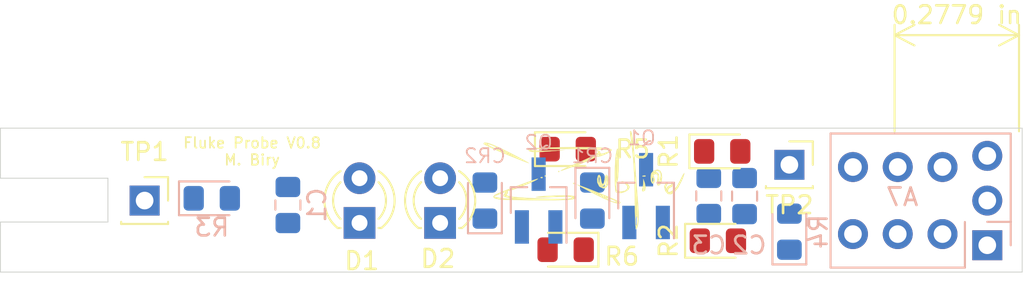
<source format=kicad_pcb>
(kicad_pcb (version 20171130) (host pcbnew "(5.1.5-0-10_14)")

  (general
    (thickness 1.6)
    (drawings 17)
    (tracks 0)
    (zones 0)
    (modules 19)
    (nets 16)
  )

  (page A4)
  (title_block
    (title "Fluke 9010a Probe")
    (date 2021-08-24)
    (rev 0.1)
    (comment 3 "M. Biry")
  )

  (layers
    (0 F.Cu signal)
    (31 B.Cu signal)
    (32 B.Adhes user)
    (33 F.Adhes user)
    (34 B.Paste user)
    (35 F.Paste user)
    (36 B.SilkS user)
    (37 F.SilkS user)
    (38 B.Mask user)
    (39 F.Mask user)
    (40 Dwgs.User user hide)
    (41 Cmts.User user)
    (42 Eco1.User user)
    (43 Eco2.User user)
    (44 Edge.Cuts user)
    (45 Margin user)
    (46 B.CrtYd user)
    (47 F.CrtYd user)
    (48 B.Fab user)
    (49 F.Fab user hide)
  )

  (setup
    (last_trace_width 0.25)
    (trace_clearance 0.2)
    (zone_clearance 0.508)
    (zone_45_only no)
    (trace_min 0.2)
    (via_size 0.8)
    (via_drill 0.4)
    (via_min_size 0.4)
    (via_min_drill 0.3)
    (uvia_size 0.3)
    (uvia_drill 0.1)
    (uvias_allowed no)
    (uvia_min_size 0.2)
    (uvia_min_drill 0.1)
    (edge_width 0.05)
    (segment_width 0.2)
    (pcb_text_width 0.3)
    (pcb_text_size 1.5 1.5)
    (mod_edge_width 0.12)
    (mod_text_size 1 1)
    (mod_text_width 0.15)
    (pad_size 1.524 1.524)
    (pad_drill 0.762)
    (pad_to_mask_clearance 0.051)
    (solder_mask_min_width 0.25)
    (aux_axis_origin 0 0)
    (visible_elements 7FFFF7FF)
    (pcbplotparams
      (layerselection 0x010fc_ffffffff)
      (usegerberextensions false)
      (usegerberattributes false)
      (usegerberadvancedattributes false)
      (creategerberjobfile false)
      (excludeedgelayer true)
      (linewidth 0.100000)
      (plotframeref false)
      (viasonmask false)
      (mode 1)
      (useauxorigin false)
      (hpglpennumber 1)
      (hpglpenspeed 20)
      (hpglpendiameter 15.000000)
      (psnegative false)
      (psa4output false)
      (plotreference true)
      (plotvalue true)
      (plotinvisibletext false)
      (padsonsilk false)
      (subtractmaskfromsilk false)
      (outputformat 1)
      (mirror false)
      (drillshape 0)
      (scaleselection 1)
      (outputdirectory "/Users/coma/Desktop/KiCAD/Fluke 9010a Probe/Fluke 9010a Probe/gerber/"))
  )

  (net 0 "")
  (net 1 /FUSE_GND)
  (net 2 "Net-(A7-Pad2)")
  (net 3 /~PULSEHI)
  (net 4 /+5V)
  (net 5 /SHIELD)
  (net 6 /~GRN)
  (net 7 /PULSELO)
  (net 8 /-.7V)
  (net 9 /~RED)
  (net 10 "Net-(C1-Pad1)")
  (net 11 "Net-(C1-Pad2)")
  (net 12 "Net-(CR1-Pad2)")
  (net 13 "Net-(CR2-Pad1)")
  (net 14 "Net-(D1-Pad1)")
  (net 15 "Net-(D2-Pad1)")

  (net_class Default "This is the default net class."
    (clearance 0.2)
    (trace_width 0.25)
    (via_dia 0.8)
    (via_drill 0.4)
    (uvia_dia 0.3)
    (uvia_drill 0.1)
    (add_net /+5V)
    (add_net /-.7V)
    (add_net /FUSE_GND)
    (add_net /PULSELO)
    (add_net /SHIELD)
    (add_net /~GRN)
    (add_net /~PULSEHI)
    (add_net /~RED)
    (add_net "Net-(A7-Pad2)")
    (add_net "Net-(C1-Pad1)")
    (add_net "Net-(C1-Pad2)")
    (add_net "Net-(CR1-Pad2)")
    (add_net "Net-(CR2-Pad1)")
    (add_net "Net-(D1-Pad1)")
    (add_net "Net-(D2-Pad1)")
  )

  (module "Fluke 9010a 6809 POD:Zubline_very_small" (layer F.Cu) (tedit 0) (tstamp 61285FF1)
    (at 115.824 124.46)
    (fp_text reference G*** (at 0 0) (layer F.SilkS) hide
      (effects (font (size 1.524 1.524) (thickness 0.3)))
    )
    (fp_text value LOGO (at 0.75 0) (layer F.SilkS) hide
      (effects (font (size 1.524 1.524) (thickness 0.3)))
    )
    (fp_poly (pts (xy -5.441284 -2.010253) (xy -5.142906 -1.90832) (xy -4.714604 -1.718525) (xy -4.150281 -1.438782)
      (xy -4.148667 -1.437955) (xy -3.760627 -1.23629) (xy -3.440156 -1.064751) (xy -3.210761 -0.936332)
      (xy -3.095952 -0.864029) (xy -3.090334 -0.852892) (xy -3.193956 -0.884252) (xy -3.425196 -0.969985)
      (xy -3.755496 -1.099016) (xy -4.156299 -1.260273) (xy -4.423834 -1.369991) (xy -4.68768 -1.481666)
      (xy -4.487334 -1.481666) (xy -4.445 -1.439333) (xy -4.402667 -1.481666) (xy -4.445 -1.524)
      (xy -4.487334 -1.481666) (xy -4.68768 -1.481666) (xy -4.846915 -1.549063) (xy -4.885621 -1.566333)
      (xy -4.656667 -1.566333) (xy -4.614334 -1.524) (xy -4.572 -1.566333) (xy -4.614334 -1.608666)
      (xy -4.656667 -1.566333) (xy -4.885621 -1.566333) (xy -5.208653 -1.710462) (xy -5.48264 -1.841735)
      (xy -5.609142 -1.911936) (xy -5.428619 -1.911936) (xy -5.310987 -1.835104) (xy -5.207 -1.782633)
      (xy -4.957635 -1.673455) (xy -4.811098 -1.625898) (xy -4.782967 -1.640302) (xy -4.888818 -1.717008)
      (xy -4.995334 -1.778) (xy -5.217378 -1.883267) (xy -5.392828 -1.938987) (xy -5.418667 -1.941564)
      (xy -5.428619 -1.911936) (xy -5.609142 -1.911936) (xy -5.642472 -1.930432) (xy -5.672667 -1.958871)
      (xy -5.615838 -2.026408) (xy -5.441284 -2.010253)) (layer F.SilkS) (width 0.01))
    (fp_poly (pts (xy 0.339867 -1.763745) (xy 0.865023 -1.747605) (xy 1.244637 -1.719247) (xy 1.486522 -1.678213)
      (xy 1.598494 -1.624046) (xy 1.608666 -1.597813) (xy 1.536889 -1.514653) (xy 1.360122 -1.410259)
      (xy 1.136213 -1.309852) (xy 0.923009 -1.238651) (xy 0.778357 -1.221875) (xy 0.761024 -1.22827)
      (xy 0.683478 -1.226042) (xy 0.677333 -1.199734) (xy 0.60273 -1.139962) (xy 0.40061 -1.039814)
      (xy 0.103509 -0.914205) (xy -0.1905 -0.801819) (xy -0.633802 -0.639684) (xy -0.941386 -0.527999)
      (xy -1.13655 -0.459013) (xy -1.242593 -0.424973) (xy -1.282813 -0.418128) (xy -1.28051 -0.430727)
      (xy -1.27 -0.442652) (xy -1.176758 -0.495938) (xy -0.968868 -0.594555) (xy -0.688056 -0.71886)
      (xy -0.635 -0.741588) (xy -0.076706 -0.983147) (xy 0.336678 -1.17123) (xy 0.618285 -1.31316)
      (xy 0.639282 -1.326444) (xy 0.790222 -1.326444) (xy 0.801844 -1.27611) (xy 0.846666 -1.27)
      (xy 0.916356 -1.300978) (xy 0.903111 -1.326444) (xy 0.802631 -1.336577) (xy 0.790222 -1.326444)
      (xy 0.639282 -1.326444) (xy 0.781247 -1.416256) (xy 0.838698 -1.487841) (xy 0.803771 -1.535235)
      (xy 0.795476 -1.539022) (xy 0.686045 -1.589653) (xy 0.736567 -1.59155) (xy 0.804333 -1.581753)
      (xy 0.931257 -1.517302) (xy 0.950373 -1.449091) (xy 0.995658 -1.389671) (xy 1.147519 -1.406304)
      (xy 1.364923 -1.492061) (xy 1.439333 -1.531667) (xy 1.483719 -1.554936) (xy 1.51373 -1.573367)
      (xy 1.512438 -1.587855) (xy 1.462917 -1.599293) (xy 1.34824 -1.608576) (xy 1.15148 -1.616598)
      (xy 0.85571 -1.624252) (xy 0.444003 -1.632434) (xy -0.100568 -1.642036) (xy -0.794929 -1.653954)
      (xy -0.915112 -1.656032) (xy -1.579885 -1.6646) (xy -2.133532 -1.66566) (xy -2.563082 -1.659467)
      (xy -2.85556 -1.64628) (xy -2.997993 -1.626355) (xy -3.009296 -1.614538) (xy -2.909315 -1.585125)
      (xy -2.674864 -1.56663) (xy -2.340557 -1.56071) (xy -2.009517 -1.566617) (xy -1.058334 -1.597324)
      (xy -1.947334 -1.523833) (xy -2.445635 -1.489624) (xy -2.793534 -1.483832) (xy -3.007832 -1.508095)
      (xy -3.105328 -1.564048) (xy -3.109158 -1.637018) (xy -3.037043 -1.673194) (xy -2.840223 -1.702711)
      (xy -2.50832 -1.726236) (xy -2.030959 -1.744438) (xy -1.397764 -1.757984) (xy -1.178331 -1.761206)
      (xy -0.338647 -1.768126) (xy 0.339867 -1.763745)) (layer F.SilkS) (width 0.01))
    (fp_poly (pts (xy -1.354667 -0.381) (xy -1.397 -0.338666) (xy -1.439334 -0.381) (xy -1.397 -0.423333)
      (xy -1.354667 -0.381)) (layer F.SilkS) (width 0.01))
    (fp_poly (pts (xy 3.533069 -0.135819) (xy 3.507818 -0.097337) (xy 3.421944 -0.091351) (xy 3.331602 -0.112028)
      (xy 3.370791 -0.142503) (xy 3.503115 -0.152597) (xy 3.533069 -0.135819)) (layer F.SilkS) (width 0.01))
    (fp_poly (pts (xy -2.116667 -0.127) (xy -2.159 -0.084666) (xy -2.201334 -0.127) (xy -2.159 -0.169333)
      (xy -2.116667 -0.127)) (layer F.SilkS) (width 0.01))
    (fp_poly (pts (xy -2.314223 -0.056444) (xy -2.325845 -0.00611) (xy -2.370667 0) (xy -2.440357 -0.030978)
      (xy -2.427112 -0.056444) (xy -2.326632 -0.066577) (xy -2.314223 -0.056444)) (layer F.SilkS) (width 0.01))
    (fp_poly (pts (xy -0.508 0.296334) (xy -0.550334 0.338667) (xy -0.592667 0.296334) (xy -0.550334 0.254)
      (xy -0.508 0.296334)) (layer F.SilkS) (width 0.01))
    (fp_poly (pts (xy 4.340961 -0.434742) (xy 4.372449 -0.405169) (xy 4.44674 -0.247354) (xy 4.462886 -0.025917)
      (xy 4.428954 0.199286) (xy 4.353011 0.368397) (xy 4.260782 0.423334) (xy 4.182813 0.38862)
      (xy 4.167754 0.25836) (xy 4.190195 0.089429) (xy 4.216816 -0.124246) (xy 4.189168 -0.21704)
      (xy 4.092324 -0.23277) (xy 4.080698 -0.231978) (xy 3.966534 -0.195542) (xy 3.997518 -0.087121)
      (xy 4.002756 -0.078622) (xy 4.047823 0.075031) (xy 4.026269 0.2243) (xy 3.955968 0.306777)
      (xy 3.895264 0.296703) (xy 3.837743 0.183919) (xy 3.824528 0.084667) (xy 3.908035 0.084667)
      (xy 3.92134 0.204862) (xy 3.950739 0.1905) (xy 3.961922 0.017158) (xy 3.950739 -0.021166)
      (xy 3.919837 -0.031803) (xy 3.908035 0.084667) (xy 3.824528 0.084667) (xy 3.810367 -0.021675)
      (xy 3.81 -0.049145) (xy 3.840513 -0.27453) (xy 3.956501 -0.404522) (xy 3.96848 -0.410774)
      (xy 4.070046 -0.410774) (xy 4.113861 -0.365507) (xy 4.177646 -0.327512) (xy 4.281359 -0.221862)
      (xy 4.30125 -0.041496) (xy 4.288288 0.07208) (xy 4.24295 0.381) (xy 4.333692 0.11059)
      (xy 4.382452 -0.114459) (xy 4.375575 -0.28684) (xy 4.373874 -0.291576) (xy 4.25655 -0.403515)
      (xy 4.17249 -0.420759) (xy 4.070046 -0.410774) (xy 3.96848 -0.410774) (xy 4.024794 -0.440164)
      (xy 4.207763 -0.4939) (xy 4.340961 -0.434742)) (layer F.SilkS) (width 0.01))
    (fp_poly (pts (xy 1.330336 -0.19273) (xy 1.296465 0.100549) (xy 1.229095 0.34849) (xy 1.117037 0.455521)
      (xy 1.044743 0.484412) (xy 1.136083 0.481954) (xy 1.143 0.481268) (xy 1.256782 0.435417)
      (xy 1.309584 0.298218) (xy 1.322428 0.126296) (xy 1.331886 -0.190332) (xy 1.394177 -0.093935)
      (xy 1.423943 0.069031) (xy 1.402904 0.352392) (xy 1.295133 0.530741) (xy 1.128433 0.58396)
      (xy 0.930606 0.49193) (xy 0.890475 0.455047) (xy 0.789108 0.249239) (xy 0.780297 0.084667)
      (xy 0.866309 0.084667) (xy 0.875136 0.238702) (xy 0.897114 0.256856) (xy 0.905029 0.232834)
      (xy 0.918196 0.0181) (xy 0.905029 -0.0635) (xy 0.880489 -0.08985) (xy 0.867128 0.027222)
      (xy 0.866309 0.084667) (xy 0.780297 0.084667) (xy 0.778594 0.05288) (xy 0.828606 -0.153389)
      (xy 0.903099 -0.200677) (xy 0.972303 -0.09041) (xy 1.000197 0.0635) (xy 1.038189 0.250912)
      (xy 1.09509 0.337907) (xy 1.100666 0.338667) (xy 1.158173 0.264526) (xy 1.198956 0.083979)
      (xy 1.201135 0.0635) (xy 1.25097 -0.148925) (xy 1.324885 -0.201166) (xy 1.330336 -0.19273)) (layer F.SilkS) (width 0.01))
    (fp_poly (pts (xy 3.486004 0.27796) (xy 3.534035 0.521178) (xy 3.493517 0.69734) (xy 3.380265 0.762)
      (xy 3.322807 0.700003) (xy 3.334073 0.635) (xy 3.386666 0.635) (xy 3.429 0.677334)
      (xy 3.471333 0.635) (xy 3.429 0.592667) (xy 3.386666 0.635) (xy 3.334073 0.635)
      (xy 3.335274 0.628075) (xy 3.377499 0.44126) (xy 3.39335 0.268242) (xy 3.400035 0.042334)
      (xy 3.486004 0.27796)) (layer F.SilkS) (width 0.01))
    (fp_poly (pts (xy 1.960275 -1.645562) (xy 1.987615 -1.463466) (xy 2.002497 -1.147651) (xy 2.002989 -0.762774)
      (xy 1.992243 -0.388583) (xy 1.973302 -0.086116) (xy 1.94899 0.110396) (xy 1.926166 0.168559)
      (xy 1.88417 0.243601) (xy 1.863206 0.427087) (xy 1.862666 0.465667) (xy 1.877157 0.664972)
      (xy 1.948638 0.746708) (xy 2.106299 0.762) (xy 2.35774 0.713503) (xy 2.488769 0.593863)
      (xy 2.48796 0.441852) (xy 2.343887 0.296246) (xy 2.256169 0.253434) (xy 2.147316 0.197703)
      (xy 2.195864 0.175783) (xy 2.216452 0.1747) (xy 2.38113 0.22662) (xy 2.54145 0.352931)
      (xy 2.623572 0.493343) (xy 2.624666 0.508) (xy 2.550402 0.6559) (xy 2.369019 0.775783)
      (xy 2.142632 0.845465) (xy 1.933355 0.842763) (xy 1.834444 0.790222) (xy 1.808328 0.682072)
      (xy 1.790543 0.444878) (xy 1.78114 0.118725) (xy 1.780169 -0.256301) (xy 1.787679 -0.640114)
      (xy 1.803721 -0.992626) (xy 1.816892 -1.143) (xy 1.862666 -1.143) (xy 1.905 -1.100666)
      (xy 1.947333 -1.143) (xy 1.905 -1.185333) (xy 1.862666 -1.143) (xy 1.816892 -1.143)
      (xy 1.828345 -1.273754) (xy 1.831841 -1.300516) (xy 1.879555 -1.572991) (xy 1.923311 -1.685038)
      (xy 1.960275 -1.645562)) (layer F.SilkS) (width 0.01))
    (fp_poly (pts (xy 5.726526 -0.25286) (xy 5.665282 -0.06293) (xy 5.584425 0.136184) (xy 5.38433 0.523595)
      (xy 5.176121 0.786099) (xy 4.974397 0.914793) (xy 4.793756 0.900778) (xy 4.648795 0.735151)
      (xy 4.638265 0.713092) (xy 4.588648 0.508865) (xy 4.683366 0.508865) (xy 4.684271 0.618312)
      (xy 4.710669 0.571747) (xy 4.710741 0.5715) (xy 4.804313 0.445773) (xy 4.874541 0.423334)
      (xy 4.983117 0.372164) (xy 4.995333 0.332459) (xy 4.950255 0.249719) (xy 4.849222 0.269007)
      (xy 4.743533 0.361313) (xy 4.684487 0.497629) (xy 4.683366 0.508865) (xy 4.588648 0.508865)
      (xy 4.583274 0.486749) (xy 4.628141 0.353258) (xy 4.768841 0.236363) (xy 4.93176 0.223347)
      (xy 5.048273 0.313175) (xy 5.063881 0.359834) (xy 5.033568 0.485238) (xy 4.969082 0.508)
      (xy 4.849029 0.578773) (xy 4.803124 0.670999) (xy 4.800342 0.788686) (xy 4.899082 0.78513)
      (xy 5.119073 0.661767) (xy 5.309951 0.441104) (xy 5.501454 0.088674) (xy 5.503238 0.08487)
      (xy 5.638871 -0.183152) (xy 5.715512 -0.294331) (xy 5.726526 -0.25286)) (layer F.SilkS) (width 0.01))
    (fp_poly (pts (xy -2.620624 0.075073) (xy -2.791703 0.166119) (xy -3.046426 0.28295) (xy -3.346852 0.410062)
      (xy -3.655041 0.531953) (xy -3.933051 0.633118) (xy -4.142942 0.698053) (xy -4.246772 0.711256)
      (xy -4.248073 0.710558) (xy -4.304721 0.702369) (xy -4.287368 0.743068) (xy -4.294191 0.860956)
      (xy -4.334394 0.899132) (xy -4.367488 0.956756) (xy -4.263544 1.007212) (xy -4.016157 1.051312)
      (xy -3.618919 1.089868) (xy -3.065423 1.123694) (xy -2.349261 1.153602) (xy -2.320104 1.154625)
      (xy -1.700959 1.17282) (xy -1.237222 1.178262) (xy -0.915428 1.170634) (xy -0.722108 1.149617)
      (xy -0.643902 1.11507) (xy -0.666562 1.075501) (xy -0.805487 1.054193) (xy -1.076383 1.050482)
      (xy -1.49496 1.063701) (xy -1.668132 1.071663) (xy -2.069164 1.088191) (xy -2.396419 1.096072)
      (xy -2.619912 1.095009) (xy -2.709661 1.08471) (xy -2.709334 1.081887) (xy -2.599631 1.051561)
      (xy -2.361452 1.025063) (xy -2.035632 1.00357) (xy -1.663007 0.988261) (xy -1.284413 0.980315)
      (xy -0.940686 0.980909) (xy -0.672661 0.991221) (xy -0.521174 1.012431) (xy -0.508 1.018373)
      (xy -0.428829 1.092244) (xy -0.451639 1.150742) (xy -0.587387 1.195122) (xy -0.847031 1.226639)
      (xy -1.241529 1.246548) (xy -1.781837 1.256105) (xy -2.478912 1.256565) (xy -2.582334 1.256018)
      (xy -3.154844 1.25119) (xy -3.683424 1.243954) (xy -4.14015 1.234912) (xy -4.497098 1.224668)
      (xy -4.726345 1.213825) (xy -4.783667 1.208466) (xy -5.028267 1.148096) (xy -5.11927 1.063628)
      (xy -5.093897 1.027146) (xy -5.069174 1.027146) (xy -5.055273 1.0487) (xy -4.922746 1.081689)
      (xy -4.721113 1.11755) (xy -4.499896 1.147718) (xy -4.308616 1.16363) (xy -4.275667 1.164366)
      (xy -4.142793 1.156614) (xy -4.167383 1.133948) (xy -4.191 1.128222) (xy -4.432216 1.068521)
      (xy -4.534864 1.014858) (xy -4.526994 0.943068) (xy -4.479556 0.879628) (xy -4.424769 0.80183)
      (xy -4.464265 0.7928) (xy -4.624625 0.852666) (xy -4.692027 0.88063) (xy -4.906672 0.967861)
      (xy -5.048972 1.021188) (xy -5.069174 1.027146) (xy -5.093897 1.027146) (xy -5.049789 0.963729)
      (xy -5.00134 0.934548) (xy -4.845083 0.862905) (xy -4.582817 0.754926) (xy -4.247781 0.623046)
      (xy -3.873213 0.479702) (xy -3.492352 0.337329) (xy -3.138438 0.208363) (xy -2.844709 0.105241)
      (xy -2.644404 0.040397) (xy -2.57113 0.025315) (xy -2.620624 0.075073)) (layer F.SilkS) (width 0.01))
    (fp_poly (pts (xy -0.197956 0.414287) (xy 0.078866 0.516261) (xy 0.423634 0.64977) (xy 0.804152 0.801644)
      (xy 1.188222 0.958712) (xy 1.543646 1.107804) (xy 1.838227 1.23575) (xy 2.039767 1.32938)
      (xy 2.116069 1.375524) (xy 2.116096 1.375834) (xy 2.04756 1.442249) (xy 1.847212 1.421042)
      (xy 1.525946 1.315744) (xy 1.094655 1.129888) (xy 0.94988 1.058334) (xy 1.100666 1.058334)
      (xy 1.143 1.100667) (xy 1.150064 1.093603) (xy 1.227666 1.093603) (xy 1.439333 1.221135)
      (xy 1.63707 1.315393) (xy 1.778 1.349092) (xy 1.862425 1.338993) (xy 1.795119 1.287427)
      (xy 1.778 1.277667) (xy 1.597067 1.1997) (xy 1.439333 1.14971) (xy 1.227666 1.093603)
      (xy 1.150064 1.093603) (xy 1.185333 1.058334) (xy 1.143 1.016) (xy 1.100666 1.058334)
      (xy 0.94988 1.058334) (xy 0.778572 0.973667) (xy 0.931333 0.973667) (xy 0.973666 1.016)
      (xy 1.016 0.973667) (xy 0.973666 0.931334) (xy 0.931333 0.973667) (xy 0.778572 0.973667)
      (xy 0.592666 0.881785) (xy 0.222286 0.688216) (xy -0.078643 0.527988) (xy -0.286228 0.414064)
      (xy -0.376574 0.359408) (xy -0.374634 0.357017) (xy -0.197956 0.414287)) (layer F.SilkS) (width 0.01))
    (fp_poly (pts (xy 2.709539 -2.655972) (xy 2.749149 -2.539115) (xy 2.793947 -2.271782) (xy 2.841658 -1.872665)
      (xy 2.890009 -1.360459) (xy 2.93095 -0.835639) (xy 2.97308 -0.254302) (xy 3.015915 0.323262)
      (xy 3.056319 0.855737) (xy 3.091157 1.301808) (xy 3.117237 1.619479) (xy 3.14104 2.106824)
      (xy 3.123676 2.5015) (xy 3.067744 2.778505) (xy 2.983159 2.908747) (xy 2.964078 2.840286)
      (xy 2.946733 2.626989) (xy 2.936442 2.391834) (xy 2.964629 2.391834) (xy 2.974106 2.623907)
      (xy 3.001679 2.700575) (xy 3.042297 2.616378) (xy 3.067675 2.50314) (xy 3.071728 2.299386)
      (xy 3.036509 2.18564) (xy 2.988793 2.174794) (xy 2.966078 2.322736) (xy 2.964629 2.391834)
      (xy 2.936442 2.391834) (xy 2.932132 2.293352) (xy 2.921281 1.863873) (xy 2.915189 1.363046)
      (xy 2.914568 1.240749) (xy 2.891901 0.058508) (xy 2.831684 -0.995066) (xy 2.731356 -1.956985)
      (xy 2.658961 -2.455333) (xy 2.639896 -2.641945) (xy 2.670885 -2.684946) (xy 2.709539 -2.655972)) (layer F.SilkS) (width 0.01))
  )

  (module FlukeProbe:FlukeProbe_9Pin (layer B.Cu) (tedit 6127F8FA) (tstamp 6127E9EE)
    (at 138.735 128.27 90)
    (descr "Through hole straight socket strip, 1x09, 2.54mm pitch, single row (from Kicad 4.0.7), script generated")
    (tags "Through hole socket strip THT 1x09 2.54mm single row")
    (path /61251F5B)
    (fp_text reference A7 (at 2.7432 -4.826) (layer B.SilkS)
      (effects (font (size 1 1) (thickness 0.15)) (justify mirror))
    )
    (fp_text value ProbeConn (at 2.4384 -10.795 270) (layer B.Fab)
      (effects (font (size 1 1) (thickness 0.15)) (justify mirror))
    )
    (fp_line (start -1.397 -9.3472) (end 6.477 -9.3472) (layer B.CrtYd) (width 0.12))
    (fp_line (start -1.397 1.8) (end 6.477 1.8) (layer B.CrtYd) (width 0.12))
    (fp_line (start 6.35 1.3208) (end 1.3208 1.3208) (layer B.Fab) (width 0.12))
    (fp_line (start 6.35 -8.89) (end 6.35 1.3208) (layer B.Fab) (width 0.12))
    (fp_line (start -1.27 -8.89) (end 6.35 -8.89) (layer B.Fab) (width 0.12))
    (fp_line (start -1.27 1.27) (end -1.27 -8.89) (layer B.Fab) (width 0.12))
    (fp_line (start -1.27 -1.27) (end 1.3208 -1.27) (layer B.SilkS) (width 0.12))
    (fp_line (start -1.27 -8.89) (end -1.27 -1.27) (layer B.SilkS) (width 0.12))
    (fp_line (start 6.477 -9.3472) (end 6.477 1.8) (layer B.CrtYd) (width 0.12))
    (fp_line (start -1.397 1.8) (end -1.397 -9.3472) (layer B.CrtYd) (width 0.12))
    (fp_line (start 1.33 1.33) (end 6.35 1.33) (layer B.SilkS) (width 0.12))
    (fp_line (start 6.35 1.27) (end 6.35 -8.89) (layer B.SilkS) (width 0.12))
    (fp_line (start -1.27 -8.89) (end 6.35 -8.89) (layer B.SilkS) (width 0.12))
    (fp_text user %R (at 2.7178 -4.8514) (layer B.Fab)
      (effects (font (size 1 1) (thickness 0.15)) (justify mirror))
    )
    (fp_line (start 0 1.33) (end 1.33 1.33) (layer B.SilkS) (width 0.12))
    (fp_line (start 1.33 1.33) (end 1.33 0) (layer B.SilkS) (width 0.12))
    (fp_line (start 0.635 1.27) (end 1.27 0.635) (layer B.Fab) (width 0.1))
    (fp_line (start -1.27 1.27) (end 0.635 1.27) (layer B.Fab) (width 0.1))
    (pad 9 thru_hole oval (at 4.445 -5.08 90) (size 1.7 1.7) (drill 1) (layers *.Cu *.Mask)
      (net 9 /~RED))
    (pad 8 thru_hole oval (at 4.445 -7.62 90) (size 1.7 1.7) (drill 1) (layers *.Cu *.Mask)
      (net 8 /-.7V))
    (pad 7 thru_hole oval (at 4.445 -2.54 90) (size 1.7 1.7) (drill 1) (layers *.Cu *.Mask)
      (net 7 /PULSELO))
    (pad 6 thru_hole oval (at 5.08 0 90) (size 1.7 1.7) (drill 1) (layers *.Cu *.Mask)
      (net 6 /~GRN))
    (pad 5 thru_hole oval (at 2.54 0 90) (size 1.7 1.7) (drill 1) (layers *.Cu *.Mask)
      (net 5 /SHIELD))
    (pad 4 thru_hole oval (at 0.635 -7.62 90) (size 1.7 1.7) (drill 1) (layers *.Cu *.Mask)
      (net 4 /+5V))
    (pad 3 thru_hole oval (at 0.635 -5.08 90) (size 1.7 1.7) (drill 1) (layers *.Cu *.Mask)
      (net 3 /~PULSEHI))
    (pad 2 thru_hole oval (at 0.635 -2.54 90) (size 1.7 1.7) (drill 1) (layers *.Cu *.Mask)
      (net 2 "Net-(A7-Pad2)"))
    (pad 1 thru_hole rect (at 0 0 90) (size 1.7 1.7) (drill 1) (layers *.Cu *.Mask)
      (net 1 /FUSE_GND))
  )

  (module Capacitor_SMD:C_0805_2012Metric_Pad1.15x1.40mm_HandSolder (layer B.Cu) (tedit 5B36C52B) (tstamp 6127E9FF)
    (at 99.06 125.984 90)
    (descr "Capacitor SMD 0805 (2012 Metric), square (rectangular) end terminal, IPC_7351 nominal with elongated pad for handsoldering. (Body size source: https://docs.google.com/spreadsheets/d/1BsfQQcO9C6DZCsRaXUlFlo91Tg2WpOkGARC1WS5S8t0/edit?usp=sharing), generated with kicad-footprint-generator")
    (tags "capacitor handsolder")
    (path /61250885)
    (attr smd)
    (fp_text reference C1 (at 0 1.65 -90) (layer B.SilkS)
      (effects (font (size 1 1) (thickness 0.15)) (justify mirror))
    )
    (fp_text value "33 pF" (at 0 -1.65 -90) (layer B.Fab)
      (effects (font (size 1 1) (thickness 0.15)) (justify mirror))
    )
    (fp_line (start -1 -0.6) (end -1 0.6) (layer B.Fab) (width 0.1))
    (fp_line (start -1 0.6) (end 1 0.6) (layer B.Fab) (width 0.1))
    (fp_line (start 1 0.6) (end 1 -0.6) (layer B.Fab) (width 0.1))
    (fp_line (start 1 -0.6) (end -1 -0.6) (layer B.Fab) (width 0.1))
    (fp_line (start -0.261252 0.71) (end 0.261252 0.71) (layer B.SilkS) (width 0.12))
    (fp_line (start -0.261252 -0.71) (end 0.261252 -0.71) (layer B.SilkS) (width 0.12))
    (fp_line (start -1.85 -0.95) (end -1.85 0.95) (layer B.CrtYd) (width 0.05))
    (fp_line (start -1.85 0.95) (end 1.85 0.95) (layer B.CrtYd) (width 0.05))
    (fp_line (start 1.85 0.95) (end 1.85 -0.95) (layer B.CrtYd) (width 0.05))
    (fp_line (start 1.85 -0.95) (end -1.85 -0.95) (layer B.CrtYd) (width 0.05))
    (fp_text user %R (at 0 0 -90) (layer B.Fab)
      (effects (font (size 0.5 0.5) (thickness 0.08)) (justify mirror))
    )
    (pad 1 smd roundrect (at -1.025 0 90) (size 1.15 1.4) (layers B.Cu B.Paste B.Mask) (roundrect_rratio 0.217391)
      (net 10 "Net-(C1-Pad1)"))
    (pad 2 smd roundrect (at 1.025 0 90) (size 1.15 1.4) (layers B.Cu B.Paste B.Mask) (roundrect_rratio 0.217391)
      (net 11 "Net-(C1-Pad2)"))
    (model ${KISYS3DMOD}/Capacitor_SMD.3dshapes/C_0805_2012Metric.wrl
      (at (xyz 0 0 0))
      (scale (xyz 1 1 1))
      (rotate (xyz 0 0 0))
    )
  )

  (module Capacitor_SMD:C_0805_2012Metric_Pad1.15x1.40mm_HandSolder (layer B.Cu) (tedit 5B36C52B) (tstamp 6127EA10)
    (at 124.968 125.476 90)
    (descr "Capacitor SMD 0805 (2012 Metric), square (rectangular) end terminal, IPC_7351 nominal with elongated pad for handsoldering. (Body size source: https://docs.google.com/spreadsheets/d/1BsfQQcO9C6DZCsRaXUlFlo91Tg2WpOkGARC1WS5S8t0/edit?usp=sharing), generated with kicad-footprint-generator")
    (tags "capacitor handsolder")
    (path /61253ACB)
    (attr smd)
    (fp_text reference C2 (at -2.794 0.254 180) (layer B.SilkS)
      (effects (font (size 1 1) (thickness 0.15)) (justify mirror))
    )
    (fp_text value ".39uF 50V" (at -0.254 2.032 90) (layer B.Fab)
      (effects (font (size 1 1) (thickness 0.15)) (justify mirror))
    )
    (fp_text user %R (at 0 0 90) (layer B.Fab)
      (effects (font (size 0.5 0.5) (thickness 0.08)) (justify mirror))
    )
    (fp_line (start 1.85 -0.95) (end -1.85 -0.95) (layer B.CrtYd) (width 0.05))
    (fp_line (start 1.85 0.95) (end 1.85 -0.95) (layer B.CrtYd) (width 0.05))
    (fp_line (start -1.85 0.95) (end 1.85 0.95) (layer B.CrtYd) (width 0.05))
    (fp_line (start -1.85 -0.95) (end -1.85 0.95) (layer B.CrtYd) (width 0.05))
    (fp_line (start -0.261252 -0.71) (end 0.261252 -0.71) (layer B.SilkS) (width 0.12))
    (fp_line (start -0.261252 0.71) (end 0.261252 0.71) (layer B.SilkS) (width 0.12))
    (fp_line (start 1 -0.6) (end -1 -0.6) (layer B.Fab) (width 0.1))
    (fp_line (start 1 0.6) (end 1 -0.6) (layer B.Fab) (width 0.1))
    (fp_line (start -1 0.6) (end 1 0.6) (layer B.Fab) (width 0.1))
    (fp_line (start -1 -0.6) (end -1 0.6) (layer B.Fab) (width 0.1))
    (pad 2 smd roundrect (at 1.025 0 90) (size 1.15 1.4) (layers B.Cu B.Paste B.Mask) (roundrect_rratio 0.217391)
      (net 1 /FUSE_GND))
    (pad 1 smd roundrect (at -1.025 0 90) (size 1.15 1.4) (layers B.Cu B.Paste B.Mask) (roundrect_rratio 0.217391)
      (net 4 /+5V))
    (model ${KISYS3DMOD}/Capacitor_SMD.3dshapes/C_0805_2012Metric.wrl
      (at (xyz 0 0 0))
      (scale (xyz 1 1 1))
      (rotate (xyz 0 0 0))
    )
  )

  (module Capacitor_SMD:C_0805_2012Metric_Pad1.15x1.40mm_HandSolder (layer B.Cu) (tedit 5B36C52B) (tstamp 6127EA21)
    (at 122.936 125.467 90)
    (descr "Capacitor SMD 0805 (2012 Metric), square (rectangular) end terminal, IPC_7351 nominal with elongated pad for handsoldering. (Body size source: https://docs.google.com/spreadsheets/d/1BsfQQcO9C6DZCsRaXUlFlo91Tg2WpOkGARC1WS5S8t0/edit?usp=sharing), generated with kicad-footprint-generator")
    (tags "capacitor handsolder")
    (path /61254546)
    (attr smd)
    (fp_text reference C3 (at -2.803 0 180) (layer B.SilkS)
      (effects (font (size 1 1) (thickness 0.15)) (justify mirror))
    )
    (fp_text value ".39uF 50V" (at 0 -1.65 90) (layer B.Fab)
      (effects (font (size 1 1) (thickness 0.15)) (justify mirror))
    )
    (fp_line (start -1 -0.6) (end -1 0.6) (layer B.Fab) (width 0.1))
    (fp_line (start -1 0.6) (end 1 0.6) (layer B.Fab) (width 0.1))
    (fp_line (start 1 0.6) (end 1 -0.6) (layer B.Fab) (width 0.1))
    (fp_line (start 1 -0.6) (end -1 -0.6) (layer B.Fab) (width 0.1))
    (fp_line (start -0.261252 0.71) (end 0.261252 0.71) (layer B.SilkS) (width 0.12))
    (fp_line (start -0.261252 -0.71) (end 0.261252 -0.71) (layer B.SilkS) (width 0.12))
    (fp_line (start -1.85 -0.95) (end -1.85 0.95) (layer B.CrtYd) (width 0.05))
    (fp_line (start -1.85 0.95) (end 1.85 0.95) (layer B.CrtYd) (width 0.05))
    (fp_line (start 1.85 0.95) (end 1.85 -0.95) (layer B.CrtYd) (width 0.05))
    (fp_line (start 1.85 -0.95) (end -1.85 -0.95) (layer B.CrtYd) (width 0.05))
    (fp_text user %R (at 0 0 90) (layer B.Fab)
      (effects (font (size 0.5 0.5) (thickness 0.08)) (justify mirror))
    )
    (pad 1 smd roundrect (at -1.025 0 90) (size 1.15 1.4) (layers B.Cu B.Paste B.Mask) (roundrect_rratio 0.217391)
      (net 8 /-.7V))
    (pad 2 smd roundrect (at 1.025 0 90) (size 1.15 1.4) (layers B.Cu B.Paste B.Mask) (roundrect_rratio 0.217391)
      (net 1 /FUSE_GND))
    (model ${KISYS3DMOD}/Capacitor_SMD.3dshapes/C_0805_2012Metric.wrl
      (at (xyz 0 0 0))
      (scale (xyz 1 1 1))
      (rotate (xyz 0 0 0))
    )
  )

  (module Diode_SMD:D_0805_2012Metric_Pad1.15x1.40mm_HandSolder (layer B.Cu) (tedit 5B4B45C8) (tstamp 6127EA34)
    (at 116.332 125.73 270)
    (descr "Diode SMD 0805 (2012 Metric), square (rectangular) end terminal, IPC_7351 nominal, (Body size source: https://docs.google.com/spreadsheets/d/1BsfQQcO9C6DZCsRaXUlFlo91Tg2WpOkGARC1WS5S8t0/edit?usp=sharing), generated with kicad-footprint-generator")
    (tags "diode handsolder")
    (path /61254DC2)
    (attr smd)
    (fp_text reference CR1 (at -2.54 0) (layer B.SilkS)
      (effects (font (size 0.8 0.8) (thickness 0.1)) (justify mirror))
    )
    (fp_text value 1N4448 (at 0 -1.65 270) (layer B.Fab)
      (effects (font (size 1 1) (thickness 0.15)) (justify mirror))
    )
    (fp_line (start 1 0.6) (end -0.7 0.6) (layer B.Fab) (width 0.1))
    (fp_line (start -0.7 0.6) (end -1 0.3) (layer B.Fab) (width 0.1))
    (fp_line (start -1 0.3) (end -1 -0.6) (layer B.Fab) (width 0.1))
    (fp_line (start -1 -0.6) (end 1 -0.6) (layer B.Fab) (width 0.1))
    (fp_line (start 1 -0.6) (end 1 0.6) (layer B.Fab) (width 0.1))
    (fp_line (start 1 0.96) (end -1.86 0.96) (layer B.SilkS) (width 0.12))
    (fp_line (start -1.86 0.96) (end -1.86 -0.96) (layer B.SilkS) (width 0.12))
    (fp_line (start -1.86 -0.96) (end 1 -0.96) (layer B.SilkS) (width 0.12))
    (fp_line (start -1.85 -0.95) (end -1.85 0.95) (layer B.CrtYd) (width 0.05))
    (fp_line (start -1.85 0.95) (end 1.85 0.95) (layer B.CrtYd) (width 0.05))
    (fp_line (start 1.85 0.95) (end 1.85 -0.95) (layer B.CrtYd) (width 0.05))
    (fp_line (start 1.85 -0.95) (end -1.85 -0.95) (layer B.CrtYd) (width 0.05))
    (fp_text user %R (at 0 0 270) (layer B.Fab)
      (effects (font (size 0.5 0.5) (thickness 0.08)) (justify mirror))
    )
    (pad 1 smd roundrect (at -1.025 0 270) (size 1.15 1.4) (layers B.Cu B.Paste B.Mask) (roundrect_rratio 0.217391)
      (net 11 "Net-(C1-Pad2)"))
    (pad 2 smd roundrect (at 1.025 0 270) (size 1.15 1.4) (layers B.Cu B.Paste B.Mask) (roundrect_rratio 0.217391)
      (net 12 "Net-(CR1-Pad2)"))
    (model ${KISYS3DMOD}/Diode_SMD.3dshapes/D_0805_2012Metric.wrl
      (at (xyz 0 0 0))
      (scale (xyz 1 1 1))
      (rotate (xyz 0 0 0))
    )
  )

  (module Diode_SMD:D_0805_2012Metric_Pad1.15x1.40mm_HandSolder (layer B.Cu) (tedit 5B4B45C8) (tstamp 61285EE9)
    (at 110.236 125.73 90)
    (descr "Diode SMD 0805 (2012 Metric), square (rectangular) end terminal, IPC_7351 nominal, (Body size source: https://docs.google.com/spreadsheets/d/1BsfQQcO9C6DZCsRaXUlFlo91Tg2WpOkGARC1WS5S8t0/edit?usp=sharing), generated with kicad-footprint-generator")
    (tags "diode handsolder")
    (path /6125782D)
    (attr smd)
    (fp_text reference CR2 (at 2.54 0) (layer B.SilkS)
      (effects (font (size 0.8 0.8) (thickness 0.1)) (justify mirror))
    )
    (fp_text value 1N4448 (at 0 -1.65 -90) (layer B.Fab)
      (effects (font (size 1 1) (thickness 0.15)) (justify mirror))
    )
    (fp_text user %R (at 0 0 -90) (layer B.Fab)
      (effects (font (size 0.5 0.5) (thickness 0.08)) (justify mirror))
    )
    (fp_line (start 1.85 -0.95) (end -1.85 -0.95) (layer B.CrtYd) (width 0.05))
    (fp_line (start 1.85 0.95) (end 1.85 -0.95) (layer B.CrtYd) (width 0.05))
    (fp_line (start -1.85 0.95) (end 1.85 0.95) (layer B.CrtYd) (width 0.05))
    (fp_line (start -1.85 -0.95) (end -1.85 0.95) (layer B.CrtYd) (width 0.05))
    (fp_line (start -1.86 -0.96) (end 1 -0.96) (layer B.SilkS) (width 0.12))
    (fp_line (start -1.86 0.96) (end -1.86 -0.96) (layer B.SilkS) (width 0.12))
    (fp_line (start 1 0.96) (end -1.86 0.96) (layer B.SilkS) (width 0.12))
    (fp_line (start 1 -0.6) (end 1 0.6) (layer B.Fab) (width 0.1))
    (fp_line (start -1 -0.6) (end 1 -0.6) (layer B.Fab) (width 0.1))
    (fp_line (start -1 0.3) (end -1 -0.6) (layer B.Fab) (width 0.1))
    (fp_line (start -0.7 0.6) (end -1 0.3) (layer B.Fab) (width 0.1))
    (fp_line (start 1 0.6) (end -0.7 0.6) (layer B.Fab) (width 0.1))
    (pad 2 smd roundrect (at 1.025 0 90) (size 1.15 1.4) (layers B.Cu B.Paste B.Mask) (roundrect_rratio 0.217391)
      (net 11 "Net-(C1-Pad2)"))
    (pad 1 smd roundrect (at -1.025 0 90) (size 1.15 1.4) (layers B.Cu B.Paste B.Mask) (roundrect_rratio 0.217391)
      (net 13 "Net-(CR2-Pad1)"))
    (model ${KISYS3DMOD}/Diode_SMD.3dshapes/D_0805_2012Metric.wrl
      (at (xyz 0 0 0))
      (scale (xyz 1 1 1))
      (rotate (xyz 0 0 0))
    )
  )

  (module LED_THT:LED_D3.0mm (layer F.Cu) (tedit 587A3A7B) (tstamp 6127F24A)
    (at 103.124 127 90)
    (descr "LED, diameter 3.0mm, 2 pins")
    (tags "LED diameter 3.0mm 2 pins")
    (path /61263610)
    (fp_text reference D1 (at -2.159 0.127 180) (layer F.SilkS)
      (effects (font (size 1 1) (thickness 0.15)))
    )
    (fp_text value GRN (at 4.445 0.127 180) (layer F.Fab)
      (effects (font (size 1 1) (thickness 0.15)))
    )
    (fp_arc (start 1.27 0) (end -0.23 -1.16619) (angle 284.3) (layer F.Fab) (width 0.1))
    (fp_arc (start 1.27 0) (end -0.29 -1.235516) (angle 108.8) (layer F.SilkS) (width 0.12))
    (fp_arc (start 1.27 0) (end -0.29 1.235516) (angle -108.8) (layer F.SilkS) (width 0.12))
    (fp_arc (start 1.27 0) (end 0.229039 -1.08) (angle 87.9) (layer F.SilkS) (width 0.12))
    (fp_arc (start 1.27 0) (end 0.229039 1.08) (angle -87.9) (layer F.SilkS) (width 0.12))
    (fp_circle (center 1.27 0) (end 2.77 0) (layer F.Fab) (width 0.1))
    (fp_line (start -0.23 -1.16619) (end -0.23 1.16619) (layer F.Fab) (width 0.1))
    (fp_line (start -0.29 -1.236) (end -0.29 -1.08) (layer F.SilkS) (width 0.12))
    (fp_line (start -0.29 1.08) (end -0.29 1.236) (layer F.SilkS) (width 0.12))
    (fp_line (start -1.15 -2.25) (end -1.15 2.25) (layer F.CrtYd) (width 0.05))
    (fp_line (start -1.15 2.25) (end 3.7 2.25) (layer F.CrtYd) (width 0.05))
    (fp_line (start 3.7 2.25) (end 3.7 -2.25) (layer F.CrtYd) (width 0.05))
    (fp_line (start 3.7 -2.25) (end -1.15 -2.25) (layer F.CrtYd) (width 0.05))
    (pad 1 thru_hole rect (at 0 0 90) (size 1.8 1.8) (drill 0.9) (layers *.Cu *.Mask)
      (net 14 "Net-(D1-Pad1)"))
    (pad 2 thru_hole circle (at 2.54 0 90) (size 1.8 1.8) (drill 0.9) (layers *.Cu *.Mask)
      (net 4 /+5V))
    (model ${KISYS3DMOD}/LED_THT.3dshapes/LED_D3.0mm.wrl
      (at (xyz 0 0 0))
      (scale (xyz 1 1 1))
      (rotate (xyz 0 0 0))
    )
  )

  (module LED_THT:LED_D3.0mm (layer F.Cu) (tedit 587A3A7B) (tstamp 6127F214)
    (at 107.696 127 90)
    (descr "LED, diameter 3.0mm, 2 pins")
    (tags "LED diameter 3.0mm 2 pins")
    (path /6126478A)
    (fp_text reference D2 (at -2.032 -0.127 180) (layer F.SilkS)
      (effects (font (size 1 1) (thickness 0.15)))
    )
    (fp_text value RED (at 4.445 -0.127 180) (layer F.Fab)
      (effects (font (size 1 1) (thickness 0.15)))
    )
    (fp_line (start 3.7 -2.25) (end -1.15 -2.25) (layer F.CrtYd) (width 0.05))
    (fp_line (start 3.7 2.25) (end 3.7 -2.25) (layer F.CrtYd) (width 0.05))
    (fp_line (start -1.15 2.25) (end 3.7 2.25) (layer F.CrtYd) (width 0.05))
    (fp_line (start -1.15 -2.25) (end -1.15 2.25) (layer F.CrtYd) (width 0.05))
    (fp_line (start -0.29 1.08) (end -0.29 1.236) (layer F.SilkS) (width 0.12))
    (fp_line (start -0.29 -1.236) (end -0.29 -1.08) (layer F.SilkS) (width 0.12))
    (fp_line (start -0.23 -1.16619) (end -0.23 1.16619) (layer F.Fab) (width 0.1))
    (fp_circle (center 1.27 0) (end 2.77 0) (layer F.Fab) (width 0.1))
    (fp_arc (start 1.27 0) (end 0.229039 1.08) (angle -87.9) (layer F.SilkS) (width 0.12))
    (fp_arc (start 1.27 0) (end 0.229039 -1.08) (angle 87.9) (layer F.SilkS) (width 0.12))
    (fp_arc (start 1.27 0) (end -0.29 1.235516) (angle -108.8) (layer F.SilkS) (width 0.12))
    (fp_arc (start 1.27 0) (end -0.29 -1.235516) (angle 108.8) (layer F.SilkS) (width 0.12))
    (fp_arc (start 1.27 0) (end -0.23 -1.16619) (angle 284.3) (layer F.Fab) (width 0.1))
    (pad 2 thru_hole circle (at 2.54 0 90) (size 1.8 1.8) (drill 0.9) (layers *.Cu *.Mask)
      (net 4 /+5V))
    (pad 1 thru_hole rect (at 0 0 90) (size 1.8 1.8) (drill 0.9) (layers *.Cu *.Mask)
      (net 15 "Net-(D2-Pad1)"))
    (model ${KISYS3DMOD}/LED_THT.3dshapes/LED_D3.0mm.wrl
      (at (xyz 0 0 0))
      (scale (xyz 1 1 1))
      (rotate (xyz 0 0 0))
    )
  )

  (module Package_TO_SOT_SMD:SOT-23_Handsoldering (layer B.Cu) (tedit 5A0AB76C) (tstamp 61285F6D)
    (at 119.38 125.476 90)
    (descr "SOT-23, Handsoldering")
    (tags SOT-23)
    (path /612533ED)
    (attr smd)
    (fp_text reference Q1 (at 3.302 -0.254) (layer B.SilkS)
      (effects (font (size 0.8 0.8) (thickness 0.1)) (justify mirror))
    )
    (fp_text value MMBT3906 (at 0 -2.5 -90) (layer B.Fab)
      (effects (font (size 1 1) (thickness 0.15)) (justify mirror))
    )
    (fp_text user %R (at 0 0) (layer B.Fab)
      (effects (font (size 0.5 0.5) (thickness 0.075)) (justify mirror))
    )
    (fp_line (start 0.76 -1.58) (end 0.76 -0.65) (layer B.SilkS) (width 0.12))
    (fp_line (start 0.76 1.58) (end 0.76 0.65) (layer B.SilkS) (width 0.12))
    (fp_line (start -2.7 1.75) (end 2.7 1.75) (layer B.CrtYd) (width 0.05))
    (fp_line (start 2.7 1.75) (end 2.7 -1.75) (layer B.CrtYd) (width 0.05))
    (fp_line (start 2.7 -1.75) (end -2.7 -1.75) (layer B.CrtYd) (width 0.05))
    (fp_line (start -2.7 -1.75) (end -2.7 1.75) (layer B.CrtYd) (width 0.05))
    (fp_line (start 0.76 1.58) (end -2.4 1.58) (layer B.SilkS) (width 0.12))
    (fp_line (start -0.7 0.95) (end -0.7 -1.5) (layer B.Fab) (width 0.1))
    (fp_line (start -0.15 1.52) (end 0.7 1.52) (layer B.Fab) (width 0.1))
    (fp_line (start -0.7 0.95) (end -0.15 1.52) (layer B.Fab) (width 0.1))
    (fp_line (start 0.7 1.52) (end 0.7 -1.52) (layer B.Fab) (width 0.1))
    (fp_line (start -0.7 -1.52) (end 0.7 -1.52) (layer B.Fab) (width 0.1))
    (fp_line (start 0.76 -1.58) (end -0.7 -1.58) (layer B.SilkS) (width 0.12))
    (pad 1 smd rect (at -1.5 0.95 90) (size 1.9 0.8) (layers B.Cu B.Paste B.Mask)
      (net 3 /~PULSEHI))
    (pad 2 smd rect (at -1.5 -0.95 90) (size 1.9 0.8) (layers B.Cu B.Paste B.Mask)
      (net 4 /+5V))
    (pad 3 smd rect (at 1.5 0 90) (size 1.9 0.8) (layers B.Cu B.Paste B.Mask)
      (net 12 "Net-(CR1-Pad2)"))
    (model ${KISYS3DMOD}/Package_TO_SOT_SMD.3dshapes/SOT-23.wrl
      (at (xyz 0 0 0))
      (scale (xyz 1 1 1))
      (rotate (xyz 0 0 0))
    )
  )

  (module Package_TO_SOT_SMD:SOT-23_Handsoldering (layer B.Cu) (tedit 5A0AB76C) (tstamp 6127EA97)
    (at 113.284 125.73 90)
    (descr "SOT-23, Handsoldering")
    (tags SOT-23)
    (path /61253EA2)
    (attr smd)
    (fp_text reference Q2 (at 3.302 0 180) (layer B.SilkS)
      (effects (font (size 0.8 0.8) (thickness 0.1)) (justify mirror))
    )
    (fp_text value MMBT3904 (at 0 -2.5 90) (layer B.Fab)
      (effects (font (size 1 1) (thickness 0.15)) (justify mirror))
    )
    (fp_line (start 0.76 -1.58) (end -0.7 -1.58) (layer B.SilkS) (width 0.12))
    (fp_line (start -0.7 -1.52) (end 0.7 -1.52) (layer B.Fab) (width 0.1))
    (fp_line (start 0.7 1.52) (end 0.7 -1.52) (layer B.Fab) (width 0.1))
    (fp_line (start -0.7 0.95) (end -0.15 1.52) (layer B.Fab) (width 0.1))
    (fp_line (start -0.15 1.52) (end 0.7 1.52) (layer B.Fab) (width 0.1))
    (fp_line (start -0.7 0.95) (end -0.7 -1.5) (layer B.Fab) (width 0.1))
    (fp_line (start 0.76 1.58) (end -2.4 1.58) (layer B.SilkS) (width 0.12))
    (fp_line (start -2.7 -1.75) (end -2.7 1.75) (layer B.CrtYd) (width 0.05))
    (fp_line (start 2.7 -1.75) (end -2.7 -1.75) (layer B.CrtYd) (width 0.05))
    (fp_line (start 2.7 1.75) (end 2.7 -1.75) (layer B.CrtYd) (width 0.05))
    (fp_line (start -2.7 1.75) (end 2.7 1.75) (layer B.CrtYd) (width 0.05))
    (fp_line (start 0.76 1.58) (end 0.76 0.65) (layer B.SilkS) (width 0.12))
    (fp_line (start 0.76 -1.58) (end 0.76 -0.65) (layer B.SilkS) (width 0.12))
    (fp_text user %R (at 0 0 180) (layer B.Fab)
      (effects (font (size 0.5 0.5) (thickness 0.075)) (justify mirror))
    )
    (pad 3 smd rect (at 1.5 0 90) (size 1.9 0.8) (layers B.Cu B.Paste B.Mask)
      (net 13 "Net-(CR2-Pad1)"))
    (pad 2 smd rect (at -1.5 -0.95 90) (size 1.9 0.8) (layers B.Cu B.Paste B.Mask)
      (net 8 /-.7V))
    (pad 1 smd rect (at -1.5 0.95 90) (size 1.9 0.8) (layers B.Cu B.Paste B.Mask)
      (net 7 /PULSELO))
    (model ${KISYS3DMOD}/Package_TO_SOT_SMD.3dshapes/SOT-23.wrl
      (at (xyz 0 0 0))
      (scale (xyz 1 1 1))
      (rotate (xyz 0 0 0))
    )
  )

  (module Diode_SMD:D_0805_2012Metric_Pad1.15x1.40mm_HandSolder (layer F.Cu) (tedit 5B4B45C8) (tstamp 6127EAAA)
    (at 123.698 122.936)
    (descr "Diode SMD 0805 (2012 Metric), square (rectangular) end terminal, IPC_7351 nominal, (Body size source: https://docs.google.com/spreadsheets/d/1BsfQQcO9C6DZCsRaXUlFlo91Tg2WpOkGARC1WS5S8t0/edit?usp=sharing), generated with kicad-footprint-generator")
    (tags "diode handsolder")
    (path /6125BB9F)
    (attr smd)
    (fp_text reference R1 (at -3.048 0 90) (layer F.SilkS)
      (effects (font (size 1 1) (thickness 0.15)))
    )
    (fp_text value "205K 1%" (at 0 1.65) (layer F.Fab)
      (effects (font (size 1 1) (thickness 0.15)))
    )
    (fp_line (start 1 -0.6) (end -0.7 -0.6) (layer F.Fab) (width 0.1))
    (fp_line (start -0.7 -0.6) (end -1 -0.3) (layer F.Fab) (width 0.1))
    (fp_line (start -1 -0.3) (end -1 0.6) (layer F.Fab) (width 0.1))
    (fp_line (start -1 0.6) (end 1 0.6) (layer F.Fab) (width 0.1))
    (fp_line (start 1 0.6) (end 1 -0.6) (layer F.Fab) (width 0.1))
    (fp_line (start 1 -0.96) (end -1.86 -0.96) (layer F.SilkS) (width 0.12))
    (fp_line (start -1.86 -0.96) (end -1.86 0.96) (layer F.SilkS) (width 0.12))
    (fp_line (start -1.86 0.96) (end 1 0.96) (layer F.SilkS) (width 0.12))
    (fp_line (start -1.85 0.95) (end -1.85 -0.95) (layer F.CrtYd) (width 0.05))
    (fp_line (start -1.85 -0.95) (end 1.85 -0.95) (layer F.CrtYd) (width 0.05))
    (fp_line (start 1.85 -0.95) (end 1.85 0.95) (layer F.CrtYd) (width 0.05))
    (fp_line (start 1.85 0.95) (end -1.85 0.95) (layer F.CrtYd) (width 0.05))
    (fp_text user %R (at 0 0) (layer F.Fab)
      (effects (font (size 0.5 0.5) (thickness 0.08)))
    )
    (pad 1 smd roundrect (at -1.025 0) (size 1.15 1.4) (layers F.Cu F.Paste F.Mask) (roundrect_rratio 0.217391)
      (net 4 /+5V))
    (pad 2 smd roundrect (at 1.025 0) (size 1.15 1.4) (layers F.Cu F.Paste F.Mask) (roundrect_rratio 0.217391)
      (net 11 "Net-(C1-Pad2)"))
    (model ${KISYS3DMOD}/Diode_SMD.3dshapes/D_0805_2012Metric.wrl
      (at (xyz 0 0 0))
      (scale (xyz 1 1 1))
      (rotate (xyz 0 0 0))
    )
  )

  (module Diode_SMD:D_0805_2012Metric_Pad1.15x1.40mm_HandSolder (layer F.Cu) (tedit 5B4B45C8) (tstamp 6127EABD)
    (at 123.453 128.016)
    (descr "Diode SMD 0805 (2012 Metric), square (rectangular) end terminal, IPC_7351 nominal, (Body size source: https://docs.google.com/spreadsheets/d/1BsfQQcO9C6DZCsRaXUlFlo91Tg2WpOkGARC1WS5S8t0/edit?usp=sharing), generated with kicad-footprint-generator")
    (tags "diode handsolder")
    (path /6125C2FD)
    (attr smd)
    (fp_text reference R2 (at -2.803 0 90) (layer F.SilkS)
      (effects (font (size 1 1) (thickness 0.15)))
    )
    (fp_text value 220R (at -0.263 -1.778) (layer F.Fab)
      (effects (font (size 1 1) (thickness 0.15)))
    )
    (fp_text user %R (at 0 0) (layer F.Fab)
      (effects (font (size 0.5 0.5) (thickness 0.08)))
    )
    (fp_line (start 1.85 0.95) (end -1.85 0.95) (layer F.CrtYd) (width 0.05))
    (fp_line (start 1.85 -0.95) (end 1.85 0.95) (layer F.CrtYd) (width 0.05))
    (fp_line (start -1.85 -0.95) (end 1.85 -0.95) (layer F.CrtYd) (width 0.05))
    (fp_line (start -1.85 0.95) (end -1.85 -0.95) (layer F.CrtYd) (width 0.05))
    (fp_line (start -1.86 0.96) (end 1 0.96) (layer F.SilkS) (width 0.12))
    (fp_line (start -1.86 -0.96) (end -1.86 0.96) (layer F.SilkS) (width 0.12))
    (fp_line (start 1 -0.96) (end -1.86 -0.96) (layer F.SilkS) (width 0.12))
    (fp_line (start 1 0.6) (end 1 -0.6) (layer F.Fab) (width 0.1))
    (fp_line (start -1 0.6) (end 1 0.6) (layer F.Fab) (width 0.1))
    (fp_line (start -1 -0.3) (end -1 0.6) (layer F.Fab) (width 0.1))
    (fp_line (start -0.7 -0.6) (end -1 -0.3) (layer F.Fab) (width 0.1))
    (fp_line (start 1 -0.6) (end -0.7 -0.6) (layer F.Fab) (width 0.1))
    (pad 2 smd roundrect (at 1.025 0) (size 1.15 1.4) (layers F.Cu F.Paste F.Mask) (roundrect_rratio 0.217391)
      (net 10 "Net-(C1-Pad1)"))
    (pad 1 smd roundrect (at -1.025 0) (size 1.15 1.4) (layers F.Cu F.Paste F.Mask) (roundrect_rratio 0.217391)
      (net 2 "Net-(A7-Pad2)"))
    (model ${KISYS3DMOD}/Diode_SMD.3dshapes/D_0805_2012Metric.wrl
      (at (xyz 0 0 0))
      (scale (xyz 1 1 1))
      (rotate (xyz 0 0 0))
    )
  )

  (module Diode_SMD:D_0805_2012Metric_Pad1.15x1.40mm_HandSolder (layer B.Cu) (tedit 5B4B45C8) (tstamp 6127F8E7)
    (at 94.742 125.603)
    (descr "Diode SMD 0805 (2012 Metric), square (rectangular) end terminal, IPC_7351 nominal, (Body size source: https://docs.google.com/spreadsheets/d/1BsfQQcO9C6DZCsRaXUlFlo91Tg2WpOkGARC1WS5S8t0/edit?usp=sharing), generated with kicad-footprint-generator")
    (tags "diode handsolder")
    (path /6125CCB9)
    (attr smd)
    (fp_text reference R3 (at 0 1.65) (layer B.SilkS)
      (effects (font (size 1 1) (thickness 0.15)) (justify mirror))
    )
    (fp_text value "100K 1%" (at 0 -1.65) (layer B.Fab)
      (effects (font (size 1 1) (thickness 0.15)) (justify mirror))
    )
    (fp_line (start 1 0.6) (end -0.7 0.6) (layer B.Fab) (width 0.1))
    (fp_line (start -0.7 0.6) (end -1 0.3) (layer B.Fab) (width 0.1))
    (fp_line (start -1 0.3) (end -1 -0.6) (layer B.Fab) (width 0.1))
    (fp_line (start -1 -0.6) (end 1 -0.6) (layer B.Fab) (width 0.1))
    (fp_line (start 1 -0.6) (end 1 0.6) (layer B.Fab) (width 0.1))
    (fp_line (start 1 0.96) (end -1.86 0.96) (layer B.SilkS) (width 0.12))
    (fp_line (start -1.86 0.96) (end -1.86 -0.96) (layer B.SilkS) (width 0.12))
    (fp_line (start -1.86 -0.96) (end 1 -0.96) (layer B.SilkS) (width 0.12))
    (fp_line (start -1.85 -0.95) (end -1.85 0.95) (layer B.CrtYd) (width 0.05))
    (fp_line (start -1.85 0.95) (end 1.85 0.95) (layer B.CrtYd) (width 0.05))
    (fp_line (start 1.85 0.95) (end 1.85 -0.95) (layer B.CrtYd) (width 0.05))
    (fp_line (start 1.85 -0.95) (end -1.85 -0.95) (layer B.CrtYd) (width 0.05))
    (fp_text user %R (at 0 0) (layer B.Fab)
      (effects (font (size 0.5 0.5) (thickness 0.08)) (justify mirror))
    )
    (pad 1 smd roundrect (at -1.025 0) (size 1.15 1.4) (layers B.Cu B.Paste B.Mask) (roundrect_rratio 0.217391)
      (net 11 "Net-(C1-Pad2)"))
    (pad 2 smd roundrect (at 1.025 0) (size 1.15 1.4) (layers B.Cu B.Paste B.Mask) (roundrect_rratio 0.217391)
      (net 10 "Net-(C1-Pad1)"))
    (model ${KISYS3DMOD}/Diode_SMD.3dshapes/D_0805_2012Metric.wrl
      (at (xyz 0 0 0))
      (scale (xyz 1 1 1))
      (rotate (xyz 0 0 0))
    )
  )

  (module Diode_SMD:D_0805_2012Metric_Pad1.15x1.40mm_HandSolder (layer B.Cu) (tedit 5B4B45C8) (tstamp 6127EAE3)
    (at 127.508 127.499 90)
    (descr "Diode SMD 0805 (2012 Metric), square (rectangular) end terminal, IPC_7351 nominal, (Body size source: https://docs.google.com/spreadsheets/d/1BsfQQcO9C6DZCsRaXUlFlo91Tg2WpOkGARC1WS5S8t0/edit?usp=sharing), generated with kicad-footprint-generator")
    (tags "diode handsolder")
    (path /6125D38D)
    (attr smd)
    (fp_text reference R4 (at 0 1.65 90) (layer B.SilkS)
      (effects (font (size 1 1) (thickness 0.15)) (justify mirror))
    )
    (fp_text value "68K 1/8W" (at 0 -1.65 90) (layer B.Fab)
      (effects (font (size 1 1) (thickness 0.15)) (justify mirror))
    )
    (fp_text user %R (at 0 0 90) (layer B.Fab)
      (effects (font (size 0.5 0.5) (thickness 0.08)) (justify mirror))
    )
    (fp_line (start 1.85 -0.95) (end -1.85 -0.95) (layer B.CrtYd) (width 0.05))
    (fp_line (start 1.85 0.95) (end 1.85 -0.95) (layer B.CrtYd) (width 0.05))
    (fp_line (start -1.85 0.95) (end 1.85 0.95) (layer B.CrtYd) (width 0.05))
    (fp_line (start -1.85 -0.95) (end -1.85 0.95) (layer B.CrtYd) (width 0.05))
    (fp_line (start -1.86 -0.96) (end 1 -0.96) (layer B.SilkS) (width 0.12))
    (fp_line (start -1.86 0.96) (end -1.86 -0.96) (layer B.SilkS) (width 0.12))
    (fp_line (start 1 0.96) (end -1.86 0.96) (layer B.SilkS) (width 0.12))
    (fp_line (start 1 -0.6) (end 1 0.6) (layer B.Fab) (width 0.1))
    (fp_line (start -1 -0.6) (end 1 -0.6) (layer B.Fab) (width 0.1))
    (fp_line (start -1 0.3) (end -1 -0.6) (layer B.Fab) (width 0.1))
    (fp_line (start -0.7 0.6) (end -1 0.3) (layer B.Fab) (width 0.1))
    (fp_line (start 1 0.6) (end -0.7 0.6) (layer B.Fab) (width 0.1))
    (pad 2 smd roundrect (at 1.025 0 90) (size 1.15 1.4) (layers B.Cu B.Paste B.Mask) (roundrect_rratio 0.217391)
      (net 1 /FUSE_GND))
    (pad 1 smd roundrect (at -1.025 0 90) (size 1.15 1.4) (layers B.Cu B.Paste B.Mask) (roundrect_rratio 0.217391)
      (net 4 /+5V))
    (model ${KISYS3DMOD}/Diode_SMD.3dshapes/D_0805_2012Metric.wrl
      (at (xyz 0 0 0))
      (scale (xyz 1 1 1))
      (rotate (xyz 0 0 0))
    )
  )

  (module Diode_SMD:D_0805_2012Metric_Pad1.15x1.40mm_HandSolder (layer F.Cu) (tedit 5B4B45C8) (tstamp 6127EAF6)
    (at 114.935 122.809)
    (descr "Diode SMD 0805 (2012 Metric), square (rectangular) end terminal, IPC_7351 nominal, (Body size source: https://docs.google.com/spreadsheets/d/1BsfQQcO9C6DZCsRaXUlFlo91Tg2WpOkGARC1WS5S8t0/edit?usp=sharing), generated with kicad-footprint-generator")
    (tags "diode handsolder")
    (path /61264EB2)
    (attr smd)
    (fp_text reference R5 (at 3.683 0) (layer F.SilkS)
      (effects (font (size 1 1) (thickness 0.15)))
    )
    (fp_text value 330R (at -4.073 -0.381) (layer F.Fab)
      (effects (font (size 1 1) (thickness 0.15)))
    )
    (fp_line (start 1 -0.6) (end -0.7 -0.6) (layer F.Fab) (width 0.1))
    (fp_line (start -0.7 -0.6) (end -1 -0.3) (layer F.Fab) (width 0.1))
    (fp_line (start -1 -0.3) (end -1 0.6) (layer F.Fab) (width 0.1))
    (fp_line (start -1 0.6) (end 1 0.6) (layer F.Fab) (width 0.1))
    (fp_line (start 1 0.6) (end 1 -0.6) (layer F.Fab) (width 0.1))
    (fp_line (start 1 -0.96) (end -1.86 -0.96) (layer F.SilkS) (width 0.12))
    (fp_line (start -1.86 -0.96) (end -1.86 0.96) (layer F.SilkS) (width 0.12))
    (fp_line (start -1.86 0.96) (end 1 0.96) (layer F.SilkS) (width 0.12))
    (fp_line (start -1.85 0.95) (end -1.85 -0.95) (layer F.CrtYd) (width 0.05))
    (fp_line (start -1.85 -0.95) (end 1.85 -0.95) (layer F.CrtYd) (width 0.05))
    (fp_line (start 1.85 -0.95) (end 1.85 0.95) (layer F.CrtYd) (width 0.05))
    (fp_line (start 1.85 0.95) (end -1.85 0.95) (layer F.CrtYd) (width 0.05))
    (fp_text user %R (at 0 0) (layer F.Fab)
      (effects (font (size 0.5 0.5) (thickness 0.08)))
    )
    (pad 1 smd roundrect (at -1.025 0) (size 1.15 1.4) (layers F.Cu F.Paste F.Mask) (roundrect_rratio 0.217391)
      (net 14 "Net-(D1-Pad1)"))
    (pad 2 smd roundrect (at 1.025 0) (size 1.15 1.4) (layers F.Cu F.Paste F.Mask) (roundrect_rratio 0.217391)
      (net 6 /~GRN))
    (model ${KISYS3DMOD}/Diode_SMD.3dshapes/D_0805_2012Metric.wrl
      (at (xyz 0 0 0))
      (scale (xyz 1 1 1))
      (rotate (xyz 0 0 0))
    )
  )

  (module Diode_SMD:D_0805_2012Metric_Pad1.15x1.40mm_HandSolder (layer F.Cu) (tedit 5B4B45C8) (tstamp 6127EB09)
    (at 114.817 128.524 180)
    (descr "Diode SMD 0805 (2012 Metric), square (rectangular) end terminal, IPC_7351 nominal, (Body size source: https://docs.google.com/spreadsheets/d/1BsfQQcO9C6DZCsRaXUlFlo91Tg2WpOkGARC1WS5S8t0/edit?usp=sharing), generated with kicad-footprint-generator")
    (tags "diode handsolder")
    (path /612655E1)
    (attr smd)
    (fp_text reference R6 (at -3.184 -0.381) (layer F.SilkS)
      (effects (font (size 1 1) (thickness 0.15)))
    )
    (fp_text value 330R (at 4.073 -0.508) (layer F.Fab)
      (effects (font (size 1 1) (thickness 0.15)))
    )
    (fp_text user %R (at 0 0) (layer F.Fab)
      (effects (font (size 0.5 0.5) (thickness 0.08)))
    )
    (fp_line (start 1.85 0.95) (end -1.85 0.95) (layer F.CrtYd) (width 0.05))
    (fp_line (start 1.85 -0.95) (end 1.85 0.95) (layer F.CrtYd) (width 0.05))
    (fp_line (start -1.85 -0.95) (end 1.85 -0.95) (layer F.CrtYd) (width 0.05))
    (fp_line (start -1.85 0.95) (end -1.85 -0.95) (layer F.CrtYd) (width 0.05))
    (fp_line (start -1.86 0.96) (end 1 0.96) (layer F.SilkS) (width 0.12))
    (fp_line (start -1.86 -0.96) (end -1.86 0.96) (layer F.SilkS) (width 0.12))
    (fp_line (start 1 -0.96) (end -1.86 -0.96) (layer F.SilkS) (width 0.12))
    (fp_line (start 1 0.6) (end 1 -0.6) (layer F.Fab) (width 0.1))
    (fp_line (start -1 0.6) (end 1 0.6) (layer F.Fab) (width 0.1))
    (fp_line (start -1 -0.3) (end -1 0.6) (layer F.Fab) (width 0.1))
    (fp_line (start -0.7 -0.6) (end -1 -0.3) (layer F.Fab) (width 0.1))
    (fp_line (start 1 -0.6) (end -0.7 -0.6) (layer F.Fab) (width 0.1))
    (pad 2 smd roundrect (at 1.025 0 180) (size 1.15 1.4) (layers F.Cu F.Paste F.Mask) (roundrect_rratio 0.217391)
      (net 15 "Net-(D2-Pad1)"))
    (pad 1 smd roundrect (at -1.025 0 180) (size 1.15 1.4) (layers F.Cu F.Paste F.Mask) (roundrect_rratio 0.217391)
      (net 9 /~RED))
    (model ${KISYS3DMOD}/Diode_SMD.3dshapes/D_0805_2012Metric.wrl
      (at (xyz 0 0 0))
      (scale (xyz 1 1 1))
      (rotate (xyz 0 0 0))
    )
  )

  (module Connector_PinSocket_2.54mm:PinSocket_1x01_P2.54mm_Vertical (layer F.Cu) (tedit 5A19A434) (tstamp 6127F946)
    (at 90.932 125.73)
    (descr "Through hole straight socket strip, 1x01, 2.54mm pitch, single row (from Kicad 4.0.7), script generated")
    (tags "Through hole socket strip THT 1x01 2.54mm single row")
    (path /612698D0)
    (fp_text reference TP1 (at 0 -2.77) (layer F.SilkS)
      (effects (font (size 1 1) (thickness 0.15)))
    )
    (fp_text value "Probe Tip" (at 0 2.77) (layer F.Fab)
      (effects (font (size 1 1) (thickness 0.15)))
    )
    (fp_line (start -1.27 -1.27) (end 0.635 -1.27) (layer F.Fab) (width 0.1))
    (fp_line (start 0.635 -1.27) (end 1.27 -0.635) (layer F.Fab) (width 0.1))
    (fp_line (start 1.27 -0.635) (end 1.27 1.27) (layer F.Fab) (width 0.1))
    (fp_line (start 1.27 1.27) (end -1.27 1.27) (layer F.Fab) (width 0.1))
    (fp_line (start -1.27 1.27) (end -1.27 -1.27) (layer F.Fab) (width 0.1))
    (fp_line (start -1.33 1.33) (end 1.33 1.33) (layer F.SilkS) (width 0.12))
    (fp_line (start -1.33 1.21) (end -1.33 1.33) (layer F.SilkS) (width 0.12))
    (fp_line (start 1.33 1.21) (end 1.33 1.33) (layer F.SilkS) (width 0.12))
    (fp_line (start 1.33 -1.33) (end 1.33 0) (layer F.SilkS) (width 0.12))
    (fp_line (start 0 -1.33) (end 1.33 -1.33) (layer F.SilkS) (width 0.12))
    (fp_line (start -1.8 -1.8) (end 1.75 -1.8) (layer F.CrtYd) (width 0.05))
    (fp_line (start 1.75 -1.8) (end 1.75 1.75) (layer F.CrtYd) (width 0.05))
    (fp_line (start 1.75 1.75) (end -1.8 1.75) (layer F.CrtYd) (width 0.05))
    (fp_line (start -1.8 1.75) (end -1.8 -1.8) (layer F.CrtYd) (width 0.05))
    (fp_text user %R (at 0 0) (layer F.Fab)
      (effects (font (size 1 1) (thickness 0.15)))
    )
    (pad 1 thru_hole rect (at 0 0) (size 1.7 1.7) (drill 1) (layers *.Cu *.Mask)
      (net 11 "Net-(C1-Pad2)"))
  )

  (module Connector_PinSocket_2.54mm:PinSocket_1x01_P2.54mm_Vertical (layer F.Cu) (tedit 5A19A434) (tstamp 6127EEEC)
    (at 127.508 123.698)
    (descr "Through hole straight socket strip, 1x01, 2.54mm pitch, single row (from Kicad 4.0.7), script generated")
    (tags "Through hole socket strip THT 1x01 2.54mm single row")
    (path /61269C59)
    (fp_text reference TP2 (at 0 2.286) (layer F.SilkS)
      (effects (font (size 1 1) (thickness 0.15)))
    )
    (fp_text value "Probe GND Clip" (at 0 2.77) (layer F.Fab)
      (effects (font (size 1 1) (thickness 0.15)))
    )
    (fp_text user %R (at 0 0) (layer F.Fab)
      (effects (font (size 1 1) (thickness 0.15)))
    )
    (fp_line (start -1.8 1.75) (end -1.8 -1.8) (layer F.CrtYd) (width 0.05))
    (fp_line (start 1.75 1.75) (end -1.8 1.75) (layer F.CrtYd) (width 0.05))
    (fp_line (start 1.75 -1.8) (end 1.75 1.75) (layer F.CrtYd) (width 0.05))
    (fp_line (start -1.8 -1.8) (end 1.75 -1.8) (layer F.CrtYd) (width 0.05))
    (fp_line (start 0 -1.33) (end 1.33 -1.33) (layer F.SilkS) (width 0.12))
    (fp_line (start 1.33 -1.33) (end 1.33 0) (layer F.SilkS) (width 0.12))
    (fp_line (start 1.33 1.21) (end 1.33 1.33) (layer F.SilkS) (width 0.12))
    (fp_line (start -1.33 1.21) (end -1.33 1.33) (layer F.SilkS) (width 0.12))
    (fp_line (start -1.33 1.33) (end 1.33 1.33) (layer F.SilkS) (width 0.12))
    (fp_line (start -1.27 1.27) (end -1.27 -1.27) (layer F.Fab) (width 0.1))
    (fp_line (start 1.27 1.27) (end -1.27 1.27) (layer F.Fab) (width 0.1))
    (fp_line (start 1.27 -0.635) (end 1.27 1.27) (layer F.Fab) (width 0.1))
    (fp_line (start 0.635 -1.27) (end 1.27 -0.635) (layer F.Fab) (width 0.1))
    (fp_line (start -1.27 -1.27) (end 0.635 -1.27) (layer F.Fab) (width 0.1))
    (pad 1 thru_hole rect (at 0 0) (size 1.7 1.7) (drill 1) (layers *.Cu *.Mask)
      (net 1 /FUSE_GND))
  )

  (dimension 7.058 (width 0.12) (layer F.SilkS)
    (gr_text "7.058 mm" (at 137.006 115.062) (layer F.SilkS)
      (effects (font (size 1 1) (thickness 0.15)))
    )
    (feature1 (pts (xy 133.477 121.793) (xy 133.477 115.745579)))
    (feature2 (pts (xy 140.535 121.793) (xy 140.535 115.745579)))
    (crossbar (pts (xy 140.535 116.332) (xy 133.477 116.332)))
    (arrow1a (pts (xy 133.477 116.332) (xy 134.603504 115.745579)))
    (arrow1b (pts (xy 133.477 116.332) (xy 134.603504 116.918421)))
    (arrow2a (pts (xy 140.535 116.332) (xy 139.408496 115.745579)))
    (arrow2b (pts (xy 140.535 116.332) (xy 139.408496 116.918421)))
  )
  (gr_text "Fluke Probe V0.8\nM. Biry" (at 97.028 122.936) (layer F.SilkS)
    (effects (font (size 0.6 0.6) (thickness 0.1)))
  )
  (dimension 34.036038 (width 0.15) (layer Dwgs.User)
    (gr_text "34.036 mm" (at 123.687719 114.752235 0.08551602533) (layer Dwgs.User)
      (effects (font (size 1 1) (thickness 0.15)))
    )
    (feature1 (pts (xy 106.68 121.666) (xy 106.670784 115.491214)))
    (feature2 (pts (xy 140.716 121.6152) (xy 140.706784 115.440414)))
    (crossbar (pts (xy 140.707659 116.026834) (xy 106.671659 116.077634)))
    (arrow1a (pts (xy 106.671659 116.077634) (xy 107.797286 115.489533)))
    (arrow1b (pts (xy 106.671659 116.077634) (xy 107.799037 116.662373)))
    (arrow2a (pts (xy 140.707659 116.026834) (xy 139.580281 115.442095)))
    (arrow2b (pts (xy 140.707659 116.026834) (xy 139.582032 116.614935)))
  )
  (dimension 21.005861 (width 0.15) (layer Dwgs.User)
    (gr_text "21.006 mm" (at 93.276133 113.357181 359.8614373) (layer Dwgs.User)
      (effects (font (size 1 1) (thickness 0.15)))
    )
    (feature1 (pts (xy 103.759 121.666) (xy 103.777307 114.096158)))
    (feature2 (pts (xy 82.7532 121.6152) (xy 82.771507 114.045358)))
    (crossbar (pts (xy 82.770089 114.631777) (xy 103.775889 114.682577)))
    (arrow1a (pts (xy 103.775889 114.682577) (xy 102.64797 115.266272)))
    (arrow1b (pts (xy 103.775889 114.682577) (xy 102.650807 114.093434)))
    (arrow2a (pts (xy 82.770089 114.631777) (xy 83.895171 115.22092)))
    (arrow2b (pts (xy 82.770089 114.631777) (xy 83.898008 114.048082)))
  )
  (gr_line (start 82.7532 127.1524) (end 82.7532 126.9492) (layer Edge.Cuts) (width 0.05) (tstamp 6127F6F2))
  (gr_line (start 82.7532 124.2568) (end 82.7532 124.46) (layer Edge.Cuts) (width 0.05) (tstamp 6127F6F1))
  (gr_line (start 88.8492 124.46) (end 88.8492 126.9492) (layer Edge.Cuts) (width 0.05) (tstamp 6127F6F0))
  (dimension 2.4892 (width 0.15) (layer Dwgs.User)
    (gr_text "2.489 mm" (at 80.1832 125.7046 270) (layer Dwgs.User)
      (effects (font (size 1 1) (thickness 0.15)))
    )
    (feature1 (pts (xy 82.7532 126.9492) (xy 80.896779 126.9492)))
    (feature2 (pts (xy 82.7532 124.46) (xy 80.896779 124.46)))
    (crossbar (pts (xy 81.4832 124.46) (xy 81.4832 126.9492)))
    (arrow1a (pts (xy 81.4832 126.9492) (xy 80.896779 125.822696)))
    (arrow1b (pts (xy 81.4832 126.9492) (xy 82.069621 125.822696)))
    (arrow2a (pts (xy 81.4832 124.46) (xy 80.896779 125.586504)))
    (arrow2b (pts (xy 81.4832 124.46) (xy 82.069621 125.586504)))
  )
  (gr_line (start 82.7532 124.2568) (end 82.7532 121.6152) (layer Edge.Cuts) (width 0.05) (tstamp 612512AD))
  (gr_line (start 82.7532 127.1524) (end 82.7532 129.794) (layer Edge.Cuts) (width 0.05) (tstamp 612512A4))
  (gr_line (start 82.7532 126.9492) (end 88.8492 126.9492) (layer Edge.Cuts) (width 0.05))
  (gr_line (start 82.7532 124.46) (end 88.8492 124.46) (layer Edge.Cuts) (width 0.05))
  (dimension 57.9628 (width 0.15) (layer Dwgs.User)
    (gr_text "57.963 mm" (at 111.7346 139.3236) (layer Dwgs.User)
      (effects (font (size 1 1) (thickness 0.15)))
    )
    (feature1 (pts (xy 140.716 129.794) (xy 140.716 138.610021)))
    (feature2 (pts (xy 82.7532 129.794) (xy 82.7532 138.610021)))
    (crossbar (pts (xy 82.7532 138.0236) (xy 140.716 138.0236)))
    (arrow1a (pts (xy 140.716 138.0236) (xy 139.589496 138.610021)))
    (arrow1b (pts (xy 140.716 138.0236) (xy 139.589496 137.437179)))
    (arrow2a (pts (xy 82.7532 138.0236) (xy 83.879704 138.610021)))
    (arrow2b (pts (xy 82.7532 138.0236) (xy 83.879704 137.437179)))
  )
  (dimension 8.1788 (width 0.15) (layer Dwgs.User)
    (gr_text "8.179 mm" (at 77.7448 125.7046 270) (layer Dwgs.User)
      (effects (font (size 1 1) (thickness 0.15)))
    )
    (feature1 (pts (xy 82.7532 129.794) (xy 78.458379 129.794)))
    (feature2 (pts (xy 82.7532 121.6152) (xy 78.458379 121.6152)))
    (crossbar (pts (xy 79.0448 121.6152) (xy 79.0448 129.794)))
    (arrow1a (pts (xy 79.0448 129.794) (xy 78.458379 128.667496)))
    (arrow1b (pts (xy 79.0448 129.794) (xy 79.631221 128.667496)))
    (arrow2a (pts (xy 79.0448 121.6152) (xy 78.458379 122.741704)))
    (arrow2b (pts (xy 79.0448 121.6152) (xy 79.631221 122.741704)))
  )
  (gr_line (start 140.716 129.794) (end 82.7532 129.794) (layer Edge.Cuts) (width 0.05))
  (gr_line (start 140.716 121.6152) (end 140.716 129.794) (layer Edge.Cuts) (width 0.05))
  (gr_line (start 82.7532 121.6152) (end 140.716 121.6152) (layer Edge.Cuts) (width 0.05))

)

</source>
